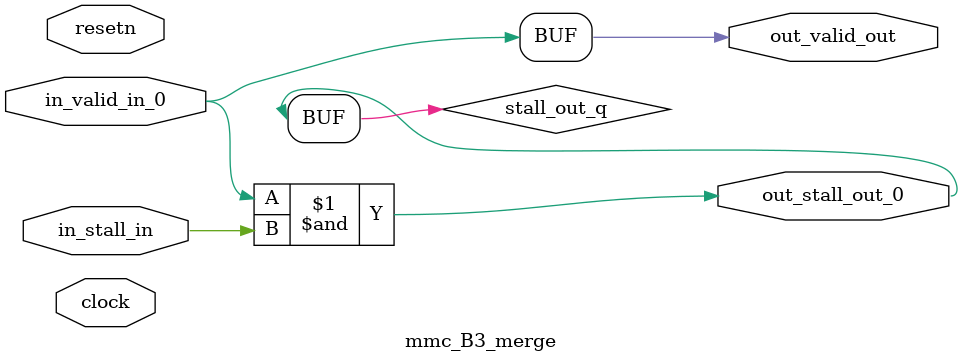
<source format=sv>



(* altera_attribute = "-name AUTO_SHIFT_REGISTER_RECOGNITION OFF; -name MESSAGE_DISABLE 10036; -name MESSAGE_DISABLE 10037; -name MESSAGE_DISABLE 14130; -name MESSAGE_DISABLE 14320; -name MESSAGE_DISABLE 15400; -name MESSAGE_DISABLE 14130; -name MESSAGE_DISABLE 10036; -name MESSAGE_DISABLE 12020; -name MESSAGE_DISABLE 12030; -name MESSAGE_DISABLE 12010; -name MESSAGE_DISABLE 12110; -name MESSAGE_DISABLE 14320; -name MESSAGE_DISABLE 13410; -name MESSAGE_DISABLE 113007; -name MESSAGE_DISABLE 10958" *)
module mmc_B3_merge (
    input wire [0:0] in_stall_in,
    input wire [0:0] in_valid_in_0,
    output wire [0:0] out_stall_out_0,
    output wire [0:0] out_valid_out,
    input wire clock,
    input wire resetn
    );

    wire [0:0] stall_out_q;


    // stall_out(LOGICAL,6)
    assign stall_out_q = in_valid_in_0 & in_stall_in;

    // out_stall_out_0(GPOUT,4)
    assign out_stall_out_0 = stall_out_q;

    // out_valid_out(GPOUT,5)
    assign out_valid_out = in_valid_in_0;

endmodule

</source>
